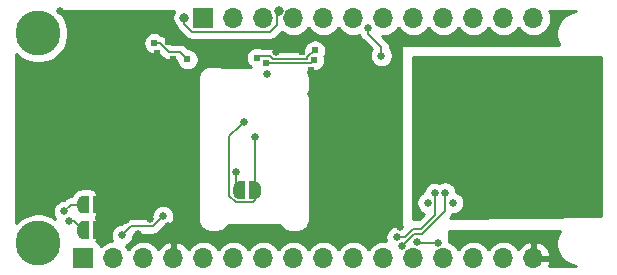
<source format=gbr>
G04 #@! TF.GenerationSoftware,KiCad,Pcbnew,(5.1.4)-1*
G04 #@! TF.CreationDate,2019-12-20T11:27:30-05:00*
G04 #@! TF.ProjectId,Feather-weather-station,46656174-6865-4722-9d77-656174686572,rev?*
G04 #@! TF.SameCoordinates,Original*
G04 #@! TF.FileFunction,Copper,L2,Bot*
G04 #@! TF.FilePolarity,Positive*
%FSLAX46Y46*%
G04 Gerber Fmt 4.6, Leading zero omitted, Abs format (unit mm)*
G04 Created by KiCad (PCBNEW (5.1.4)-1) date 2019-12-20 11:27:30*
%MOMM*%
%LPD*%
G04 APERTURE LIST*
%ADD10O,1.700000X1.700000*%
%ADD11R,1.700000X1.700000*%
%ADD12C,0.500000*%
%ADD13C,0.100000*%
%ADD14C,3.800000*%
%ADD15C,0.660400*%
%ADD16C,0.800000*%
%ADD17C,0.609600*%
%ADD18C,0.152400*%
%ADD19C,0.254000*%
G04 APERTURE END LIST*
D10*
X163741100Y-52260500D03*
X161201100Y-52260500D03*
X158661100Y-52260500D03*
X156121100Y-52260500D03*
X153581100Y-52260500D03*
X151041100Y-52260500D03*
X148501100Y-52260500D03*
X145961100Y-52260500D03*
X143421100Y-52260500D03*
X140881100Y-52260500D03*
X138341100Y-52260500D03*
D11*
X135801100Y-52260500D03*
D12*
X138846800Y-66802000D03*
D13*
G36*
X138846800Y-67551398D02*
G01*
X138822266Y-67551398D01*
X138773435Y-67546588D01*
X138725310Y-67537016D01*
X138678355Y-67522772D01*
X138633022Y-67503995D01*
X138589749Y-67480864D01*
X138548950Y-67453604D01*
X138511021Y-67422476D01*
X138476324Y-67387779D01*
X138445196Y-67349850D01*
X138417936Y-67309051D01*
X138394805Y-67265778D01*
X138376028Y-67220445D01*
X138361784Y-67173490D01*
X138352212Y-67125365D01*
X138347402Y-67076534D01*
X138347402Y-67052000D01*
X138346800Y-67052000D01*
X138346800Y-66552000D01*
X138347402Y-66552000D01*
X138347402Y-66527466D01*
X138352212Y-66478635D01*
X138361784Y-66430510D01*
X138376028Y-66383555D01*
X138394805Y-66338222D01*
X138417936Y-66294949D01*
X138445196Y-66254150D01*
X138476324Y-66216221D01*
X138511021Y-66181524D01*
X138548950Y-66150396D01*
X138589749Y-66123136D01*
X138633022Y-66100005D01*
X138678355Y-66081228D01*
X138725310Y-66066984D01*
X138773435Y-66057412D01*
X138822266Y-66052602D01*
X138846800Y-66052602D01*
X138846800Y-66052000D01*
X139346800Y-66052000D01*
X139346800Y-67552000D01*
X138846800Y-67552000D01*
X138846800Y-67551398D01*
X138846800Y-67551398D01*
G37*
D12*
X140146800Y-66802000D03*
D13*
G36*
X139646800Y-66052000D02*
G01*
X140146800Y-66052000D01*
X140146800Y-66052602D01*
X140171334Y-66052602D01*
X140220165Y-66057412D01*
X140268290Y-66066984D01*
X140315245Y-66081228D01*
X140360578Y-66100005D01*
X140403851Y-66123136D01*
X140444650Y-66150396D01*
X140482579Y-66181524D01*
X140517276Y-66216221D01*
X140548404Y-66254150D01*
X140575664Y-66294949D01*
X140598795Y-66338222D01*
X140617572Y-66383555D01*
X140631816Y-66430510D01*
X140641388Y-66478635D01*
X140646198Y-66527466D01*
X140646198Y-66552000D01*
X140646800Y-66552000D01*
X140646800Y-67052000D01*
X140646198Y-67052000D01*
X140646198Y-67076534D01*
X140641388Y-67125365D01*
X140631816Y-67173490D01*
X140617572Y-67220445D01*
X140598795Y-67265778D01*
X140575664Y-67309051D01*
X140548404Y-67349850D01*
X140517276Y-67387779D01*
X140482579Y-67422476D01*
X140444650Y-67453604D01*
X140403851Y-67480864D01*
X140360578Y-67503995D01*
X140315245Y-67522772D01*
X140268290Y-67537016D01*
X140220165Y-67546588D01*
X140171334Y-67551398D01*
X140146800Y-67551398D01*
X140146800Y-67552000D01*
X139646800Y-67552000D01*
X139646800Y-66052000D01*
X139646800Y-66052000D01*
G37*
D14*
X121831100Y-71310500D03*
X121831100Y-53530500D03*
D10*
X163741100Y-72580500D03*
X161201100Y-72580500D03*
X158661100Y-72580500D03*
X156121100Y-72580500D03*
X153581100Y-72580500D03*
X151041100Y-72580500D03*
X148501100Y-72580500D03*
X145961100Y-72580500D03*
X143421100Y-72580500D03*
X140881100Y-72580500D03*
X138341100Y-72580500D03*
X135801100Y-72580500D03*
X133261100Y-72580500D03*
X130721100Y-72580500D03*
X128181100Y-72580500D03*
D11*
X125641100Y-72580500D03*
D12*
X126936500Y-70167500D03*
D13*
G36*
X126936500Y-69418102D02*
G01*
X126961034Y-69418102D01*
X127009865Y-69422912D01*
X127057990Y-69432484D01*
X127104945Y-69446728D01*
X127150278Y-69465505D01*
X127193551Y-69488636D01*
X127234350Y-69515896D01*
X127272279Y-69547024D01*
X127306976Y-69581721D01*
X127338104Y-69619650D01*
X127365364Y-69660449D01*
X127388495Y-69703722D01*
X127407272Y-69749055D01*
X127421516Y-69796010D01*
X127431088Y-69844135D01*
X127435898Y-69892966D01*
X127435898Y-69917500D01*
X127436500Y-69917500D01*
X127436500Y-70417500D01*
X127435898Y-70417500D01*
X127435898Y-70442034D01*
X127431088Y-70490865D01*
X127421516Y-70538990D01*
X127407272Y-70585945D01*
X127388495Y-70631278D01*
X127365364Y-70674551D01*
X127338104Y-70715350D01*
X127306976Y-70753279D01*
X127272279Y-70787976D01*
X127234350Y-70819104D01*
X127193551Y-70846364D01*
X127150278Y-70869495D01*
X127104945Y-70888272D01*
X127057990Y-70902516D01*
X127009865Y-70912088D01*
X126961034Y-70916898D01*
X126936500Y-70916898D01*
X126936500Y-70917500D01*
X126436500Y-70917500D01*
X126436500Y-69417500D01*
X126936500Y-69417500D01*
X126936500Y-69418102D01*
X126936500Y-69418102D01*
G37*
D12*
X125636500Y-70167500D03*
D13*
G36*
X126136500Y-70917500D02*
G01*
X125636500Y-70917500D01*
X125636500Y-70916898D01*
X125611966Y-70916898D01*
X125563135Y-70912088D01*
X125515010Y-70902516D01*
X125468055Y-70888272D01*
X125422722Y-70869495D01*
X125379449Y-70846364D01*
X125338650Y-70819104D01*
X125300721Y-70787976D01*
X125266024Y-70753279D01*
X125234896Y-70715350D01*
X125207636Y-70674551D01*
X125184505Y-70631278D01*
X125165728Y-70585945D01*
X125151484Y-70538990D01*
X125141912Y-70490865D01*
X125137102Y-70442034D01*
X125137102Y-70417500D01*
X125136500Y-70417500D01*
X125136500Y-69917500D01*
X125137102Y-69917500D01*
X125137102Y-69892966D01*
X125141912Y-69844135D01*
X125151484Y-69796010D01*
X125165728Y-69749055D01*
X125184505Y-69703722D01*
X125207636Y-69660449D01*
X125234896Y-69619650D01*
X125266024Y-69581721D01*
X125300721Y-69547024D01*
X125338650Y-69515896D01*
X125379449Y-69488636D01*
X125422722Y-69465505D01*
X125468055Y-69446728D01*
X125515010Y-69432484D01*
X125563135Y-69422912D01*
X125611966Y-69418102D01*
X125636500Y-69418102D01*
X125636500Y-69417500D01*
X126136500Y-69417500D01*
X126136500Y-70917500D01*
X126136500Y-70917500D01*
G37*
D12*
X126936500Y-68021200D03*
D13*
G36*
X126936500Y-67271802D02*
G01*
X126961034Y-67271802D01*
X127009865Y-67276612D01*
X127057990Y-67286184D01*
X127104945Y-67300428D01*
X127150278Y-67319205D01*
X127193551Y-67342336D01*
X127234350Y-67369596D01*
X127272279Y-67400724D01*
X127306976Y-67435421D01*
X127338104Y-67473350D01*
X127365364Y-67514149D01*
X127388495Y-67557422D01*
X127407272Y-67602755D01*
X127421516Y-67649710D01*
X127431088Y-67697835D01*
X127435898Y-67746666D01*
X127435898Y-67771200D01*
X127436500Y-67771200D01*
X127436500Y-68271200D01*
X127435898Y-68271200D01*
X127435898Y-68295734D01*
X127431088Y-68344565D01*
X127421516Y-68392690D01*
X127407272Y-68439645D01*
X127388495Y-68484978D01*
X127365364Y-68528251D01*
X127338104Y-68569050D01*
X127306976Y-68606979D01*
X127272279Y-68641676D01*
X127234350Y-68672804D01*
X127193551Y-68700064D01*
X127150278Y-68723195D01*
X127104945Y-68741972D01*
X127057990Y-68756216D01*
X127009865Y-68765788D01*
X126961034Y-68770598D01*
X126936500Y-68770598D01*
X126936500Y-68771200D01*
X126436500Y-68771200D01*
X126436500Y-67271200D01*
X126936500Y-67271200D01*
X126936500Y-67271802D01*
X126936500Y-67271802D01*
G37*
D12*
X125636500Y-68021200D03*
D13*
G36*
X126136500Y-68771200D02*
G01*
X125636500Y-68771200D01*
X125636500Y-68770598D01*
X125611966Y-68770598D01*
X125563135Y-68765788D01*
X125515010Y-68756216D01*
X125468055Y-68741972D01*
X125422722Y-68723195D01*
X125379449Y-68700064D01*
X125338650Y-68672804D01*
X125300721Y-68641676D01*
X125266024Y-68606979D01*
X125234896Y-68569050D01*
X125207636Y-68528251D01*
X125184505Y-68484978D01*
X125165728Y-68439645D01*
X125151484Y-68392690D01*
X125141912Y-68344565D01*
X125137102Y-68295734D01*
X125137102Y-68271200D01*
X125136500Y-68271200D01*
X125136500Y-67771200D01*
X125137102Y-67771200D01*
X125137102Y-67746666D01*
X125141912Y-67697835D01*
X125151484Y-67649710D01*
X125165728Y-67602755D01*
X125184505Y-67557422D01*
X125207636Y-67514149D01*
X125234896Y-67473350D01*
X125266024Y-67435421D01*
X125300721Y-67400724D01*
X125338650Y-67369596D01*
X125379449Y-67342336D01*
X125422722Y-67319205D01*
X125468055Y-67300428D01*
X125515010Y-67286184D01*
X125563135Y-67276612D01*
X125611966Y-67271802D01*
X125636500Y-67271802D01*
X125636500Y-67271200D01*
X126136500Y-67271200D01*
X126136500Y-68771200D01*
X126136500Y-68771200D01*
G37*
D15*
X149758400Y-53086000D03*
X150876000Y-55422800D03*
X132384799Y-68986399D03*
X128905000Y-70612000D03*
D16*
X134200900Y-52197000D03*
X142214600Y-51625500D03*
D15*
X126022100Y-60528200D03*
X124498100Y-65138300D03*
X153847800Y-71196200D03*
X152476200Y-69926200D03*
X131267200Y-69240400D03*
X132765800Y-69799200D03*
X130276600Y-70485000D03*
X129209800Y-69342000D03*
D17*
X132842000Y-54241700D03*
X131864100Y-55232300D03*
X134683500Y-54673500D03*
X133261100Y-55689500D03*
X144157700Y-55079900D03*
X144881600Y-56629300D03*
D15*
X123634500Y-51676300D03*
X155646120Y-71236840D03*
X158186120Y-70744080D03*
X165333680Y-70672960D03*
X165877240Y-72882760D03*
X152186640Y-61691520D03*
X144876520Y-58648600D03*
X124871480Y-55153560D03*
X126075440Y-54315360D03*
X130423920Y-54234080D03*
X129702560Y-57271920D03*
X130931920Y-55377080D03*
X121508520Y-59039760D03*
X123718320Y-59065160D03*
X127579120Y-60116720D03*
X121478040Y-65166240D03*
X123484640Y-61513720D03*
X123235720Y-63271400D03*
X128132840Y-66898520D03*
X124729240Y-66675000D03*
X134975600Y-62565280D03*
X134833360Y-65140840D03*
X161198560Y-70647560D03*
X126685040Y-66614040D03*
X139203610Y-60999190D03*
X140208000Y-62280800D03*
X138582400Y-56083200D03*
X141986000Y-55067200D03*
X141224000Y-56997600D03*
X151942800Y-66192400D03*
X147370800Y-59080400D03*
X148590000Y-62026800D03*
X145084800Y-62026800D03*
X144932400Y-69748400D03*
X148336000Y-69748400D03*
X148640800Y-65887600D03*
X145084800Y-66090800D03*
X150926800Y-64160400D03*
X152044400Y-54813200D03*
X149910800Y-59131200D03*
X151079200Y-61518800D03*
X154787600Y-67868800D03*
X156921200Y-67868800D03*
X149860000Y-54813200D03*
X151942800Y-58064400D03*
X134975600Y-69697600D03*
X134112000Y-67818000D03*
X135128000Y-59740800D03*
X136347200Y-55372000D03*
X152603200Y-71551800D03*
X156260800Y-67005200D03*
X152184100Y-70777100D03*
X155397200Y-67056000D03*
X124002800Y-68605400D03*
X124383800Y-69418200D03*
D17*
X140335000Y-55587900D03*
X145237200Y-54978300D03*
D15*
X138582400Y-65278000D03*
D17*
X134454900Y-55727600D03*
X131635500Y-54356000D03*
D15*
X157793600Y-57353200D03*
X166730680Y-55935880D03*
X168955720Y-57353200D03*
X168940480Y-67467480D03*
X163306760Y-61259720D03*
X155529280Y-56581040D03*
X162763200Y-68884800D03*
X158038800Y-66954400D03*
X155702000Y-61417200D03*
D17*
X141071600Y-56045100D03*
X145161000Y-55791100D03*
D18*
X150876000Y-54955827D02*
X150876000Y-55422800D01*
X150876000Y-54670573D02*
X150876000Y-54955827D01*
X149758400Y-53552973D02*
X150876000Y-54670573D01*
X149758400Y-53086000D02*
X149758400Y-53552973D01*
X132054600Y-69316598D02*
X132384799Y-68986399D01*
X131524397Y-69846801D02*
X132054600Y-69316598D01*
X129670199Y-69846801D02*
X131524397Y-69846801D01*
X128905000Y-70612000D02*
X129670199Y-69846801D01*
X134200900Y-52762685D02*
X134200900Y-52197000D01*
X134824916Y-53386701D02*
X134200900Y-52762685D01*
X141421677Y-53386701D02*
X134824916Y-53386701D01*
X142007301Y-52801077D02*
X141421677Y-53386701D01*
X142007301Y-51719923D02*
X142007301Y-52801077D01*
X142101724Y-51625500D02*
X142007301Y-51719923D01*
X142214600Y-51625500D02*
X142101724Y-51625500D01*
X153888440Y-71236840D02*
X153847800Y-71196200D01*
X155646120Y-71236840D02*
X153888440Y-71236840D01*
X138873411Y-61329389D02*
X139203610Y-60999190D01*
X137975999Y-67275523D02*
X137975999Y-62226801D01*
X138528686Y-67828210D02*
X137975999Y-67275523D01*
X137975999Y-62226801D02*
X138873411Y-61329389D01*
X139968182Y-67828210D02*
X138528686Y-67828210D01*
X140146800Y-67649592D02*
X139968182Y-67828210D01*
X140146800Y-66802000D02*
X140146800Y-67649592D01*
X140208000Y-66740800D02*
X140146800Y-66802000D01*
X140208000Y-62280800D02*
X140208000Y-66740800D01*
X153641401Y-70513599D02*
X152603200Y-71551800D01*
X156260800Y-67472173D02*
X156260800Y-67005200D01*
X156260800Y-68543297D02*
X156260800Y-67472173D01*
X154290498Y-70513599D02*
X156260800Y-68543297D01*
X153641401Y-70513599D02*
X154290498Y-70513599D01*
X153543118Y-70113501D02*
X152879519Y-70777100D01*
X152879519Y-70777100D02*
X152184100Y-70777100D01*
X155397200Y-67522973D02*
X155397200Y-67056000D01*
X155397200Y-68908514D02*
X155397200Y-67522973D01*
X154192213Y-70113501D02*
X155397200Y-68908514D01*
X153543118Y-70113501D02*
X154192213Y-70113501D01*
X125534900Y-68605400D02*
X125674600Y-68465700D01*
X124587000Y-68021200D02*
X125636500Y-68021200D01*
X124002800Y-68605400D02*
X124587000Y-68021200D01*
X125217400Y-69748400D02*
X125636500Y-70167500D01*
X124887200Y-69418200D02*
X125636500Y-70167500D01*
X124383800Y-69418200D02*
X124887200Y-69418200D01*
X144882119Y-55210099D02*
X145005401Y-55210099D01*
X140335000Y-55587900D02*
X140458801Y-55464099D01*
X145005401Y-55210099D02*
X145237200Y-54978300D01*
X141430399Y-55464099D02*
X141658990Y-55692690D01*
X141658990Y-55692690D02*
X144579999Y-55692690D01*
X144579999Y-55692690D02*
X144579999Y-55512219D01*
X140458801Y-55464099D02*
X141430399Y-55464099D01*
X144579999Y-55512219D02*
X144882119Y-55210099D01*
X138582400Y-66537600D02*
X138846800Y-66802000D01*
X138582400Y-65278000D02*
X138582400Y-66537600D01*
X134150101Y-55422801D02*
X134454900Y-55727600D01*
X133835799Y-55108499D02*
X134150101Y-55422801D01*
X132848917Y-55108499D02*
X133835799Y-55108499D01*
X132096418Y-54356000D02*
X132848917Y-55108499D01*
X131635500Y-54356000D02*
X132096418Y-54356000D01*
X144907000Y-56045100D02*
X145161000Y-55791100D01*
X141071600Y-56045100D02*
X144907000Y-56045100D01*
D19*
G36*
X165880634Y-70417618D02*
G01*
X165738539Y-70760666D01*
X165666100Y-71124844D01*
X165666100Y-71496156D01*
X165738539Y-71860334D01*
X165880634Y-72203382D01*
X166086925Y-72512118D01*
X166349482Y-72774675D01*
X166658218Y-72980966D01*
X167001266Y-73123061D01*
X167340307Y-73190500D01*
X165092796Y-73190500D01*
X165182581Y-72937391D01*
X165061914Y-72707500D01*
X163868100Y-72707500D01*
X163868100Y-72727500D01*
X163614100Y-72727500D01*
X163614100Y-72707500D01*
X163594100Y-72707500D01*
X163594100Y-72453500D01*
X163614100Y-72453500D01*
X163614100Y-71260345D01*
X163868100Y-71260345D01*
X163868100Y-72453500D01*
X165061914Y-72453500D01*
X165182581Y-72223609D01*
X165085257Y-71949248D01*
X164936278Y-71699145D01*
X164741369Y-71482912D01*
X164508020Y-71308859D01*
X164245199Y-71183675D01*
X164097990Y-71139024D01*
X163868100Y-71260345D01*
X163614100Y-71260345D01*
X163384210Y-71139024D01*
X163237001Y-71183675D01*
X162974180Y-71308859D01*
X162740831Y-71482912D01*
X162545922Y-71699145D01*
X162476301Y-71816023D01*
X162441806Y-71751486D01*
X162256234Y-71525366D01*
X162030114Y-71339794D01*
X161772134Y-71201901D01*
X161492211Y-71116987D01*
X161274050Y-71095500D01*
X161128150Y-71095500D01*
X160909989Y-71116987D01*
X160630066Y-71201901D01*
X160372086Y-71339794D01*
X160145966Y-71525366D01*
X159960394Y-71751486D01*
X159931100Y-71806291D01*
X159901806Y-71751486D01*
X159716234Y-71525366D01*
X159490114Y-71339794D01*
X159232134Y-71201901D01*
X158952211Y-71116987D01*
X158734050Y-71095500D01*
X158588150Y-71095500D01*
X158369989Y-71116987D01*
X158090066Y-71201901D01*
X157832086Y-71339794D01*
X157605966Y-71525366D01*
X157420394Y-71751486D01*
X157391100Y-71806291D01*
X157361806Y-71751486D01*
X157176234Y-71525366D01*
X156950114Y-71339794D01*
X156692134Y-71201901D01*
X156601160Y-71174304D01*
X156601160Y-70231000D01*
X166005328Y-70231000D01*
X165880634Y-70417618D01*
X165880634Y-70417618D01*
G37*
X165880634Y-70417618D02*
X165738539Y-70760666D01*
X165666100Y-71124844D01*
X165666100Y-71496156D01*
X165738539Y-71860334D01*
X165880634Y-72203382D01*
X166086925Y-72512118D01*
X166349482Y-72774675D01*
X166658218Y-72980966D01*
X167001266Y-73123061D01*
X167340307Y-73190500D01*
X165092796Y-73190500D01*
X165182581Y-72937391D01*
X165061914Y-72707500D01*
X163868100Y-72707500D01*
X163868100Y-72727500D01*
X163614100Y-72727500D01*
X163614100Y-72707500D01*
X163594100Y-72707500D01*
X163594100Y-72453500D01*
X163614100Y-72453500D01*
X163614100Y-71260345D01*
X163868100Y-71260345D01*
X163868100Y-72453500D01*
X165061914Y-72453500D01*
X165182581Y-72223609D01*
X165085257Y-71949248D01*
X164936278Y-71699145D01*
X164741369Y-71482912D01*
X164508020Y-71308859D01*
X164245199Y-71183675D01*
X164097990Y-71139024D01*
X163868100Y-71260345D01*
X163614100Y-71260345D01*
X163384210Y-71139024D01*
X163237001Y-71183675D01*
X162974180Y-71308859D01*
X162740831Y-71482912D01*
X162545922Y-71699145D01*
X162476301Y-71816023D01*
X162441806Y-71751486D01*
X162256234Y-71525366D01*
X162030114Y-71339794D01*
X161772134Y-71201901D01*
X161492211Y-71116987D01*
X161274050Y-71095500D01*
X161128150Y-71095500D01*
X160909989Y-71116987D01*
X160630066Y-71201901D01*
X160372086Y-71339794D01*
X160145966Y-71525366D01*
X159960394Y-71751486D01*
X159931100Y-71806291D01*
X159901806Y-71751486D01*
X159716234Y-71525366D01*
X159490114Y-71339794D01*
X159232134Y-71201901D01*
X158952211Y-71116987D01*
X158734050Y-71095500D01*
X158588150Y-71095500D01*
X158369989Y-71116987D01*
X158090066Y-71201901D01*
X157832086Y-71339794D01*
X157605966Y-71525366D01*
X157420394Y-71751486D01*
X157391100Y-71806291D01*
X157361806Y-71751486D01*
X157176234Y-71525366D01*
X156950114Y-71339794D01*
X156692134Y-71201901D01*
X156601160Y-71174304D01*
X156601160Y-70231000D01*
X166005328Y-70231000D01*
X165880634Y-70417618D01*
G36*
X133283695Y-51706744D02*
G01*
X133205674Y-51895102D01*
X133165900Y-52095061D01*
X133165900Y-52298939D01*
X133205674Y-52498898D01*
X133283695Y-52687256D01*
X133396963Y-52856774D01*
X133525115Y-52984926D01*
X133540658Y-53036165D01*
X133606698Y-53159717D01*
X133695573Y-53268011D01*
X133722710Y-53290282D01*
X134297318Y-53864891D01*
X134319589Y-53892028D01*
X134427883Y-53980903D01*
X134551435Y-54046943D01*
X134685496Y-54087610D01*
X134789980Y-54097901D01*
X134789987Y-54097901D01*
X134824916Y-54101341D01*
X134859844Y-54097901D01*
X141386751Y-54097901D01*
X141421677Y-54101341D01*
X141456603Y-54097901D01*
X141456613Y-54097901D01*
X141561097Y-54087610D01*
X141695158Y-54046943D01*
X141818710Y-53980903D01*
X141927004Y-53892028D01*
X141949278Y-53864887D01*
X142438778Y-53375389D01*
X142592086Y-53501206D01*
X142850066Y-53639099D01*
X143129989Y-53724013D01*
X143348150Y-53745500D01*
X143494050Y-53745500D01*
X143712211Y-53724013D01*
X143992134Y-53639099D01*
X144250114Y-53501206D01*
X144476234Y-53315634D01*
X144661806Y-53089514D01*
X144691100Y-53034709D01*
X144720394Y-53089514D01*
X144905966Y-53315634D01*
X145132086Y-53501206D01*
X145390066Y-53639099D01*
X145669989Y-53724013D01*
X145888150Y-53745500D01*
X146034050Y-53745500D01*
X146252211Y-53724013D01*
X146532134Y-53639099D01*
X146790114Y-53501206D01*
X147016234Y-53315634D01*
X147201806Y-53089514D01*
X147231100Y-53034709D01*
X147260394Y-53089514D01*
X147445966Y-53315634D01*
X147672086Y-53501206D01*
X147930066Y-53639099D01*
X148209989Y-53724013D01*
X148428150Y-53745500D01*
X148574050Y-53745500D01*
X148792211Y-53724013D01*
X148984829Y-53665583D01*
X149008680Y-53701279D01*
X149082614Y-53775213D01*
X149098158Y-53826454D01*
X149164198Y-53950006D01*
X149253074Y-54058300D01*
X149280210Y-54080570D01*
X150078567Y-54878928D01*
X150020651Y-54965606D01*
X149947892Y-55141262D01*
X149910800Y-55327736D01*
X149910800Y-55517864D01*
X149947892Y-55704338D01*
X150020651Y-55879994D01*
X150126280Y-56038079D01*
X150260721Y-56172520D01*
X150418806Y-56278149D01*
X150594462Y-56350908D01*
X150780936Y-56388000D01*
X150971064Y-56388000D01*
X151157538Y-56350908D01*
X151333194Y-56278149D01*
X151491279Y-56172520D01*
X151625720Y-56038079D01*
X151731349Y-55879994D01*
X151804108Y-55704338D01*
X151841200Y-55517864D01*
X151841200Y-55327736D01*
X151804108Y-55141262D01*
X151731349Y-54965606D01*
X151625720Y-54807521D01*
X151587200Y-54769001D01*
X151587200Y-54705498D01*
X151590640Y-54670572D01*
X151587200Y-54635646D01*
X151587200Y-54635637D01*
X151576909Y-54531153D01*
X151536242Y-54397092D01*
X151470202Y-54273540D01*
X151449496Y-54248310D01*
X151403597Y-54192382D01*
X151403593Y-54192378D01*
X151381326Y-54165246D01*
X151354195Y-54142980D01*
X150955465Y-53744251D01*
X150968150Y-53745500D01*
X151114050Y-53745500D01*
X151332211Y-53724013D01*
X151612134Y-53639099D01*
X151870114Y-53501206D01*
X152096234Y-53315634D01*
X152281806Y-53089514D01*
X152311100Y-53034709D01*
X152340394Y-53089514D01*
X152525966Y-53315634D01*
X152752086Y-53501206D01*
X153010066Y-53639099D01*
X153289989Y-53724013D01*
X153508150Y-53745500D01*
X153654050Y-53745500D01*
X153872211Y-53724013D01*
X154152134Y-53639099D01*
X154410114Y-53501206D01*
X154636234Y-53315634D01*
X154821806Y-53089514D01*
X154851100Y-53034709D01*
X154880394Y-53089514D01*
X155065966Y-53315634D01*
X155292086Y-53501206D01*
X155550066Y-53639099D01*
X155829989Y-53724013D01*
X156048150Y-53745500D01*
X156194050Y-53745500D01*
X156412211Y-53724013D01*
X156692134Y-53639099D01*
X156950114Y-53501206D01*
X157176234Y-53315634D01*
X157361806Y-53089514D01*
X157391100Y-53034709D01*
X157420394Y-53089514D01*
X157605966Y-53315634D01*
X157832086Y-53501206D01*
X158090066Y-53639099D01*
X158369989Y-53724013D01*
X158588150Y-53745500D01*
X158734050Y-53745500D01*
X158952211Y-53724013D01*
X159232134Y-53639099D01*
X159490114Y-53501206D01*
X159716234Y-53315634D01*
X159901806Y-53089514D01*
X159931100Y-53034709D01*
X159960394Y-53089514D01*
X160145966Y-53315634D01*
X160372086Y-53501206D01*
X160630066Y-53639099D01*
X160909989Y-53724013D01*
X161128150Y-53745500D01*
X161274050Y-53745500D01*
X161492211Y-53724013D01*
X161772134Y-53639099D01*
X162030114Y-53501206D01*
X162256234Y-53315634D01*
X162441806Y-53089514D01*
X162471100Y-53034709D01*
X162500394Y-53089514D01*
X162685966Y-53315634D01*
X162912086Y-53501206D01*
X163170066Y-53639099D01*
X163449989Y-53724013D01*
X163668150Y-53745500D01*
X163814050Y-53745500D01*
X164032211Y-53724013D01*
X164312134Y-53639099D01*
X164570114Y-53501206D01*
X164796234Y-53315634D01*
X164981806Y-53089514D01*
X165119699Y-52831534D01*
X165204613Y-52551611D01*
X165233285Y-52260500D01*
X165204613Y-51969389D01*
X165119699Y-51689466D01*
X165098871Y-51650500D01*
X167340307Y-51650500D01*
X167001266Y-51717939D01*
X166658218Y-51860034D01*
X166349482Y-52066325D01*
X166086925Y-52328882D01*
X165880634Y-52637618D01*
X165738539Y-52980666D01*
X165666100Y-53344844D01*
X165666100Y-53716156D01*
X165738539Y-54080334D01*
X165880634Y-54423382D01*
X165920470Y-54483000D01*
X152654000Y-54483000D01*
X152629224Y-54485440D01*
X152605399Y-54492667D01*
X152583443Y-54504403D01*
X152564197Y-54520197D01*
X152548403Y-54539443D01*
X152536667Y-54561399D01*
X152529440Y-54585224D01*
X152527000Y-54610000D01*
X152527000Y-69855080D01*
X152480336Y-69855080D01*
X152465638Y-69848992D01*
X152279164Y-69811900D01*
X152089036Y-69811900D01*
X151902562Y-69848992D01*
X151726906Y-69921751D01*
X151568821Y-70027380D01*
X151434380Y-70161821D01*
X151328751Y-70319906D01*
X151255992Y-70495562D01*
X151218900Y-70682036D01*
X151218900Y-70872164D01*
X151255992Y-71058638D01*
X151277947Y-71111642D01*
X151114050Y-71095500D01*
X150968150Y-71095500D01*
X150749989Y-71116987D01*
X150470066Y-71201901D01*
X150212086Y-71339794D01*
X149985966Y-71525366D01*
X149800394Y-71751486D01*
X149771100Y-71806291D01*
X149741806Y-71751486D01*
X149556234Y-71525366D01*
X149330114Y-71339794D01*
X149072134Y-71201901D01*
X148792211Y-71116987D01*
X148574050Y-71095500D01*
X148428150Y-71095500D01*
X148209989Y-71116987D01*
X147930066Y-71201901D01*
X147672086Y-71339794D01*
X147445966Y-71525366D01*
X147260394Y-71751486D01*
X147231100Y-71806291D01*
X147201806Y-71751486D01*
X147016234Y-71525366D01*
X146790114Y-71339794D01*
X146532134Y-71201901D01*
X146252211Y-71116987D01*
X146034050Y-71095500D01*
X145888150Y-71095500D01*
X145669989Y-71116987D01*
X145390066Y-71201901D01*
X145132086Y-71339794D01*
X144905966Y-71525366D01*
X144720394Y-71751486D01*
X144691100Y-71806291D01*
X144661806Y-71751486D01*
X144476234Y-71525366D01*
X144250114Y-71339794D01*
X143992134Y-71201901D01*
X143712211Y-71116987D01*
X143494050Y-71095500D01*
X143348150Y-71095500D01*
X143129989Y-71116987D01*
X142850066Y-71201901D01*
X142592086Y-71339794D01*
X142365966Y-71525366D01*
X142180394Y-71751486D01*
X142151100Y-71806291D01*
X142121806Y-71751486D01*
X141936234Y-71525366D01*
X141710114Y-71339794D01*
X141452134Y-71201901D01*
X141172211Y-71116987D01*
X140954050Y-71095500D01*
X140808150Y-71095500D01*
X140589989Y-71116987D01*
X140310066Y-71201901D01*
X140052086Y-71339794D01*
X139825966Y-71525366D01*
X139640394Y-71751486D01*
X139611100Y-71806291D01*
X139581806Y-71751486D01*
X139396234Y-71525366D01*
X139170114Y-71339794D01*
X138912134Y-71201901D01*
X138632211Y-71116987D01*
X138414050Y-71095500D01*
X138268150Y-71095500D01*
X138049989Y-71116987D01*
X137770066Y-71201901D01*
X137512086Y-71339794D01*
X137285966Y-71525366D01*
X137100394Y-71751486D01*
X137071100Y-71806291D01*
X137041806Y-71751486D01*
X136856234Y-71525366D01*
X136630114Y-71339794D01*
X136372134Y-71201901D01*
X136092211Y-71116987D01*
X135874050Y-71095500D01*
X135728150Y-71095500D01*
X135509989Y-71116987D01*
X135230066Y-71201901D01*
X134972086Y-71339794D01*
X134745966Y-71525366D01*
X134560394Y-71751486D01*
X134525899Y-71816023D01*
X134456278Y-71699145D01*
X134261369Y-71482912D01*
X134028020Y-71308859D01*
X133765199Y-71183675D01*
X133617990Y-71139024D01*
X133388100Y-71260345D01*
X133388100Y-72453500D01*
X133408100Y-72453500D01*
X133408100Y-72707500D01*
X133388100Y-72707500D01*
X133388100Y-72727500D01*
X133134100Y-72727500D01*
X133134100Y-72707500D01*
X133114100Y-72707500D01*
X133114100Y-72453500D01*
X133134100Y-72453500D01*
X133134100Y-71260345D01*
X132904210Y-71139024D01*
X132757001Y-71183675D01*
X132494180Y-71308859D01*
X132260831Y-71482912D01*
X132065922Y-71699145D01*
X131996301Y-71816023D01*
X131961806Y-71751486D01*
X131776234Y-71525366D01*
X131550114Y-71339794D01*
X131292134Y-71201901D01*
X131012211Y-71116987D01*
X130794050Y-71095500D01*
X130648150Y-71095500D01*
X130429989Y-71116987D01*
X130150066Y-71201901D01*
X129892086Y-71339794D01*
X129665966Y-71525366D01*
X129480394Y-71751486D01*
X129451100Y-71806291D01*
X129421806Y-71751486D01*
X129236234Y-71525366D01*
X129231503Y-71521483D01*
X129362194Y-71467349D01*
X129520279Y-71361720D01*
X129654720Y-71227279D01*
X129760349Y-71069194D01*
X129833108Y-70893538D01*
X129870200Y-70707064D01*
X129870200Y-70652588D01*
X129964787Y-70558001D01*
X131489471Y-70558001D01*
X131524397Y-70561441D01*
X131559323Y-70558001D01*
X131559333Y-70558001D01*
X131663817Y-70547710D01*
X131797878Y-70507043D01*
X131921430Y-70441003D01*
X132029724Y-70352128D01*
X132051998Y-70324987D01*
X132425387Y-69951599D01*
X132479863Y-69951599D01*
X132666337Y-69914507D01*
X132841993Y-69841748D01*
X133000078Y-69736119D01*
X133134519Y-69601678D01*
X133240148Y-69443593D01*
X133289334Y-69324846D01*
X135357400Y-69324846D01*
X135360242Y-69353705D01*
X135360228Y-69355764D01*
X135361161Y-69365282D01*
X135364688Y-69398838D01*
X135367312Y-69425482D01*
X135367581Y-69426370D01*
X135368415Y-69434302D01*
X135380899Y-69495118D01*
X135392531Y-69556101D01*
X135395295Y-69565257D01*
X135415818Y-69631555D01*
X135439885Y-69688811D01*
X135463138Y-69746362D01*
X135467620Y-69754792D01*
X135467623Y-69754799D01*
X135467627Y-69754804D01*
X135467628Y-69754807D01*
X135500637Y-69815855D01*
X135535352Y-69867321D01*
X135569350Y-69919275D01*
X135575395Y-69926687D01*
X135619633Y-69980161D01*
X135663700Y-70023921D01*
X135707120Y-70068261D01*
X135714489Y-70074358D01*
X135768271Y-70118221D01*
X135819962Y-70152565D01*
X135871210Y-70187655D01*
X135879623Y-70192204D01*
X135940900Y-70224786D01*
X135998300Y-70248445D01*
X136055369Y-70272905D01*
X136064499Y-70275731D01*
X136064501Y-70275732D01*
X136064503Y-70275732D01*
X136064505Y-70275733D01*
X136130944Y-70295792D01*
X136191857Y-70307853D01*
X136252578Y-70320759D01*
X136262085Y-70321759D01*
X136262089Y-70321759D01*
X136331159Y-70328531D01*
X136331163Y-70328531D01*
X136364353Y-70331800D01*
X136990447Y-70331800D01*
X137019306Y-70328958D01*
X137021364Y-70328972D01*
X137030882Y-70328039D01*
X137064423Y-70324514D01*
X137091083Y-70321888D01*
X137091971Y-70321619D01*
X137099902Y-70320785D01*
X137160718Y-70308301D01*
X137221701Y-70296669D01*
X137230857Y-70293905D01*
X137297155Y-70273382D01*
X137354411Y-70249315D01*
X137411962Y-70226062D01*
X137420392Y-70221580D01*
X137420399Y-70221577D01*
X137420404Y-70221573D01*
X137420407Y-70221572D01*
X137481455Y-70188563D01*
X137532921Y-70153848D01*
X137584875Y-70119850D01*
X137592287Y-70113805D01*
X137645761Y-70069567D01*
X137689521Y-70025500D01*
X137733861Y-69982080D01*
X137739958Y-69974711D01*
X137783821Y-69920929D01*
X137818165Y-69869238D01*
X137853255Y-69817990D01*
X137857804Y-69809577D01*
X137876827Y-69773800D01*
X142285098Y-69773800D01*
X142307837Y-69815855D01*
X142342552Y-69867321D01*
X142376550Y-69919275D01*
X142382595Y-69926687D01*
X142426833Y-69980161D01*
X142470900Y-70023921D01*
X142514320Y-70068261D01*
X142521689Y-70074358D01*
X142575471Y-70118221D01*
X142627162Y-70152565D01*
X142678410Y-70187655D01*
X142686823Y-70192204D01*
X142748100Y-70224786D01*
X142805500Y-70248445D01*
X142862569Y-70272905D01*
X142871699Y-70275731D01*
X142871701Y-70275732D01*
X142871703Y-70275732D01*
X142871705Y-70275733D01*
X142938144Y-70295792D01*
X142999057Y-70307853D01*
X143059778Y-70320759D01*
X143069285Y-70321759D01*
X143069289Y-70321759D01*
X143138359Y-70328531D01*
X143138363Y-70328531D01*
X143171553Y-70331800D01*
X143797647Y-70331800D01*
X143826506Y-70328958D01*
X143828564Y-70328972D01*
X143838082Y-70328039D01*
X143871623Y-70324514D01*
X143898283Y-70321888D01*
X143899171Y-70321619D01*
X143907102Y-70320785D01*
X143967918Y-70308301D01*
X144028901Y-70296669D01*
X144038057Y-70293905D01*
X144104355Y-70273382D01*
X144161611Y-70249315D01*
X144219162Y-70226062D01*
X144227592Y-70221580D01*
X144227599Y-70221577D01*
X144227604Y-70221573D01*
X144227607Y-70221572D01*
X144288655Y-70188563D01*
X144340121Y-70153848D01*
X144392075Y-70119850D01*
X144399487Y-70113805D01*
X144452961Y-70069567D01*
X144496721Y-70025500D01*
X144541061Y-69982080D01*
X144547158Y-69974711D01*
X144591021Y-69920929D01*
X144625365Y-69869238D01*
X144660455Y-69817990D01*
X144665004Y-69809577D01*
X144697586Y-69748300D01*
X144721245Y-69690900D01*
X144745705Y-69633831D01*
X144748533Y-69624695D01*
X144768592Y-69558256D01*
X144780653Y-69497343D01*
X144793559Y-69436622D01*
X144794559Y-69427111D01*
X144801331Y-69358041D01*
X144801331Y-69358037D01*
X144804600Y-69324847D01*
X144804600Y-57268753D01*
X144801758Y-57239894D01*
X144801772Y-57237836D01*
X144800839Y-57228318D01*
X144797314Y-57194777D01*
X144794688Y-57168117D01*
X144794419Y-57167229D01*
X144793585Y-57159298D01*
X144781107Y-57098508D01*
X144769469Y-57037499D01*
X144766705Y-57028343D01*
X144746183Y-56962045D01*
X144722106Y-56904769D01*
X144698862Y-56847238D01*
X144694372Y-56838793D01*
X144661363Y-56777745D01*
X144646898Y-56756300D01*
X144872074Y-56756300D01*
X144907000Y-56759740D01*
X144941926Y-56756300D01*
X144941936Y-56756300D01*
X145046420Y-56746009D01*
X145096228Y-56730900D01*
X145253562Y-56730900D01*
X145435129Y-56694784D01*
X145606162Y-56623940D01*
X145760087Y-56521090D01*
X145890990Y-56390187D01*
X145993840Y-56236262D01*
X146064684Y-56065229D01*
X146100800Y-55883662D01*
X146100800Y-55698538D01*
X146064684Y-55516971D01*
X146042823Y-55464194D01*
X146070040Y-55423462D01*
X146140884Y-55252429D01*
X146177000Y-55070862D01*
X146177000Y-54885738D01*
X146140884Y-54704171D01*
X146070040Y-54533138D01*
X145967190Y-54379213D01*
X145836287Y-54248310D01*
X145682362Y-54145460D01*
X145511329Y-54074616D01*
X145329762Y-54038500D01*
X145144638Y-54038500D01*
X144963071Y-54074616D01*
X144792038Y-54145460D01*
X144638113Y-54248310D01*
X144507210Y-54379213D01*
X144404360Y-54533138D01*
X144333516Y-54704171D01*
X144321413Y-54765017D01*
X144104941Y-54981490D01*
X141954370Y-54981490D01*
X141935726Y-54958772D01*
X141827432Y-54869897D01*
X141703880Y-54803857D01*
X141569819Y-54763190D01*
X141465335Y-54752899D01*
X141465325Y-54752899D01*
X141430399Y-54749459D01*
X141395473Y-54752899D01*
X140774945Y-54752899D01*
X140609129Y-54684216D01*
X140427562Y-54648100D01*
X140242438Y-54648100D01*
X140060871Y-54684216D01*
X139889838Y-54755060D01*
X139735913Y-54857910D01*
X139605010Y-54988813D01*
X139502160Y-55142738D01*
X139431316Y-55313771D01*
X139395200Y-55495338D01*
X139395200Y-55680462D01*
X139431316Y-55862029D01*
X139502160Y-56033062D01*
X139605010Y-56186987D01*
X139735913Y-56317890D01*
X139840839Y-56388000D01*
X137449984Y-56388000D01*
X137413900Y-56368814D01*
X137356500Y-56345155D01*
X137299431Y-56320695D01*
X137290301Y-56317869D01*
X137290299Y-56317868D01*
X137290297Y-56317868D01*
X137290295Y-56317867D01*
X137223856Y-56297808D01*
X137162943Y-56285747D01*
X137102222Y-56272841D01*
X137092716Y-56271842D01*
X137092713Y-56271841D01*
X137092710Y-56271841D01*
X137023641Y-56265069D01*
X137023637Y-56265069D01*
X136990447Y-56261800D01*
X136364353Y-56261800D01*
X136335494Y-56264642D01*
X136333436Y-56264628D01*
X136323918Y-56265561D01*
X136290377Y-56269086D01*
X136263717Y-56271712D01*
X136262829Y-56271981D01*
X136254898Y-56272815D01*
X136194108Y-56285293D01*
X136133099Y-56296931D01*
X136123943Y-56299695D01*
X136057645Y-56320217D01*
X136000369Y-56344294D01*
X135942838Y-56367538D01*
X135934393Y-56372028D01*
X135873345Y-56405037D01*
X135821856Y-56439767D01*
X135769925Y-56473750D01*
X135762519Y-56479790D01*
X135762512Y-56479795D01*
X135762507Y-56479800D01*
X135709039Y-56524033D01*
X135665312Y-56568067D01*
X135620939Y-56611520D01*
X135614842Y-56618889D01*
X135570978Y-56672671D01*
X135536629Y-56724371D01*
X135501545Y-56775609D01*
X135496996Y-56784022D01*
X135464414Y-56845300D01*
X135440755Y-56902700D01*
X135416295Y-56959769D01*
X135413467Y-56968905D01*
X135393408Y-57035344D01*
X135381347Y-57096257D01*
X135368441Y-57156978D01*
X135367441Y-57166490D01*
X135360669Y-57235559D01*
X135360669Y-57235573D01*
X135357401Y-57268753D01*
X135357400Y-69324846D01*
X133289334Y-69324846D01*
X133312907Y-69267937D01*
X133349999Y-69081463D01*
X133349999Y-68891335D01*
X133312907Y-68704861D01*
X133240148Y-68529205D01*
X133134519Y-68371120D01*
X133000078Y-68236679D01*
X132841993Y-68131050D01*
X132666337Y-68058291D01*
X132479863Y-68021199D01*
X132289735Y-68021199D01*
X132103261Y-68058291D01*
X131927605Y-68131050D01*
X131769520Y-68236679D01*
X131635079Y-68371120D01*
X131529450Y-68529205D01*
X131456691Y-68704861D01*
X131419599Y-68891335D01*
X131419599Y-68945811D01*
X131229809Y-69135601D01*
X129705127Y-69135601D01*
X129670199Y-69132161D01*
X129635270Y-69135601D01*
X129635263Y-69135601D01*
X129530779Y-69145892D01*
X129396717Y-69186559D01*
X129317829Y-69228726D01*
X129273166Y-69252599D01*
X129164872Y-69341474D01*
X129142601Y-69368611D01*
X128864412Y-69646800D01*
X128809936Y-69646800D01*
X128623462Y-69683892D01*
X128447806Y-69756651D01*
X128289721Y-69862280D01*
X128155280Y-69996721D01*
X128049651Y-70154806D01*
X127976892Y-70330462D01*
X127939800Y-70516936D01*
X127939800Y-70707064D01*
X127976892Y-70893538D01*
X128049651Y-71069194D01*
X128069755Y-71099282D01*
X127889989Y-71116987D01*
X127610066Y-71201901D01*
X127352086Y-71339794D01*
X127125966Y-71525366D01*
X127101493Y-71555187D01*
X127080602Y-71486320D01*
X127021637Y-71376006D01*
X126942285Y-71279315D01*
X126845594Y-71199963D01*
X126735280Y-71140998D01*
X126732529Y-71140163D01*
X126762312Y-71041982D01*
X126774572Y-70917500D01*
X126774572Y-69417500D01*
X126762312Y-69293018D01*
X126726002Y-69173320D01*
X126683791Y-69094350D01*
X126726002Y-69015380D01*
X126762312Y-68895682D01*
X126774572Y-68771200D01*
X126774572Y-67271200D01*
X126762312Y-67146718D01*
X126726002Y-67027020D01*
X126667037Y-66916706D01*
X126587685Y-66820015D01*
X126490994Y-66740663D01*
X126380680Y-66681698D01*
X126260982Y-66645388D01*
X126136500Y-66633128D01*
X125636500Y-66633128D01*
X125612050Y-66635536D01*
X125587491Y-66635536D01*
X125463010Y-66647796D01*
X125366877Y-66666918D01*
X125247181Y-66703227D01*
X125156625Y-66740736D01*
X125046308Y-66799702D01*
X124964809Y-66854158D01*
X124868118Y-66933510D01*
X124798810Y-67002818D01*
X124719458Y-67099509D01*
X124665002Y-67181008D01*
X124606036Y-67291325D01*
X124599227Y-67307764D01*
X124587000Y-67306560D01*
X124552071Y-67310000D01*
X124552064Y-67310000D01*
X124447580Y-67320291D01*
X124313518Y-67360958D01*
X124189967Y-67426998D01*
X124108809Y-67493602D01*
X124108804Y-67493607D01*
X124081673Y-67515873D01*
X124059407Y-67543005D01*
X123962211Y-67640200D01*
X123907736Y-67640200D01*
X123721262Y-67677292D01*
X123545606Y-67750051D01*
X123387521Y-67855680D01*
X123253080Y-67990121D01*
X123147451Y-68148206D01*
X123074692Y-68323862D01*
X123037600Y-68510336D01*
X123037600Y-68700464D01*
X123074692Y-68886938D01*
X123147451Y-69062594D01*
X123242384Y-69204671D01*
X123031873Y-69064012D01*
X122570532Y-68872918D01*
X122080776Y-68775500D01*
X121581424Y-68775500D01*
X121091668Y-68872918D01*
X120630327Y-69064012D01*
X120215132Y-69341437D01*
X119951100Y-69605469D01*
X119951100Y-55235531D01*
X120215132Y-55499563D01*
X120630327Y-55776988D01*
X121091668Y-55968082D01*
X121581424Y-56065500D01*
X122080776Y-56065500D01*
X122570532Y-55968082D01*
X123031873Y-55776988D01*
X123447068Y-55499563D01*
X123800163Y-55146468D01*
X124077588Y-54731273D01*
X124268682Y-54269932D01*
X124269973Y-54263438D01*
X130695700Y-54263438D01*
X130695700Y-54448562D01*
X130731816Y-54630129D01*
X130802660Y-54801162D01*
X130905510Y-54955087D01*
X131036413Y-55085990D01*
X131190338Y-55188840D01*
X131361371Y-55259684D01*
X131542938Y-55295800D01*
X131728062Y-55295800D01*
X131909629Y-55259684D01*
X131969510Y-55234880D01*
X132321324Y-55586695D01*
X132343590Y-55613826D01*
X132370721Y-55636092D01*
X132370725Y-55636096D01*
X132444061Y-55696281D01*
X132451884Y-55702701D01*
X132575436Y-55768741D01*
X132709497Y-55809408D01*
X132813981Y-55819699D01*
X132813990Y-55819699D01*
X132848916Y-55823139D01*
X132883842Y-55819699D01*
X133515100Y-55819699D01*
X133515100Y-55820162D01*
X133551216Y-56001729D01*
X133622060Y-56172762D01*
X133724910Y-56326687D01*
X133855813Y-56457590D01*
X134009738Y-56560440D01*
X134180771Y-56631284D01*
X134362338Y-56667400D01*
X134547462Y-56667400D01*
X134729029Y-56631284D01*
X134900062Y-56560440D01*
X135053987Y-56457590D01*
X135184890Y-56326687D01*
X135287740Y-56172762D01*
X135358584Y-56001729D01*
X135394700Y-55820162D01*
X135394700Y-55635038D01*
X135358584Y-55453471D01*
X135287740Y-55282438D01*
X135184890Y-55128513D01*
X135053987Y-54997610D01*
X134900062Y-54894760D01*
X134729029Y-54823916D01*
X134547462Y-54787800D01*
X134520887Y-54787800D01*
X134363401Y-54630314D01*
X134341126Y-54603172D01*
X134232832Y-54514297D01*
X134109280Y-54448257D01*
X133975219Y-54407590D01*
X133870735Y-54397299D01*
X133870725Y-54397299D01*
X133835799Y-54393859D01*
X133800873Y-54397299D01*
X133143505Y-54397299D01*
X132624019Y-53877814D01*
X132601745Y-53850673D01*
X132493451Y-53761798D01*
X132369899Y-53695758D01*
X132275786Y-53667209D01*
X132234587Y-53626010D01*
X132080662Y-53523160D01*
X131909629Y-53452316D01*
X131728062Y-53416200D01*
X131542938Y-53416200D01*
X131361371Y-53452316D01*
X131190338Y-53523160D01*
X131036413Y-53626010D01*
X130905510Y-53756913D01*
X130802660Y-53910838D01*
X130731816Y-54081871D01*
X130695700Y-54263438D01*
X124269973Y-54263438D01*
X124366100Y-53780176D01*
X124366100Y-53280824D01*
X124268682Y-52791068D01*
X124077588Y-52329727D01*
X123800163Y-51914532D01*
X123536131Y-51650500D01*
X133321276Y-51650500D01*
X133283695Y-51706744D01*
X133283695Y-51706744D01*
G37*
X133283695Y-51706744D02*
X133205674Y-51895102D01*
X133165900Y-52095061D01*
X133165900Y-52298939D01*
X133205674Y-52498898D01*
X133283695Y-52687256D01*
X133396963Y-52856774D01*
X133525115Y-52984926D01*
X133540658Y-53036165D01*
X133606698Y-53159717D01*
X133695573Y-53268011D01*
X133722710Y-53290282D01*
X134297318Y-53864891D01*
X134319589Y-53892028D01*
X134427883Y-53980903D01*
X134551435Y-54046943D01*
X134685496Y-54087610D01*
X134789980Y-54097901D01*
X134789987Y-54097901D01*
X134824916Y-54101341D01*
X134859844Y-54097901D01*
X141386751Y-54097901D01*
X141421677Y-54101341D01*
X141456603Y-54097901D01*
X141456613Y-54097901D01*
X141561097Y-54087610D01*
X141695158Y-54046943D01*
X141818710Y-53980903D01*
X141927004Y-53892028D01*
X141949278Y-53864887D01*
X142438778Y-53375389D01*
X142592086Y-53501206D01*
X142850066Y-53639099D01*
X143129989Y-53724013D01*
X143348150Y-53745500D01*
X143494050Y-53745500D01*
X143712211Y-53724013D01*
X143992134Y-53639099D01*
X144250114Y-53501206D01*
X144476234Y-53315634D01*
X144661806Y-53089514D01*
X144691100Y-53034709D01*
X144720394Y-53089514D01*
X144905966Y-53315634D01*
X145132086Y-53501206D01*
X145390066Y-53639099D01*
X145669989Y-53724013D01*
X145888150Y-53745500D01*
X146034050Y-53745500D01*
X146252211Y-53724013D01*
X146532134Y-53639099D01*
X146790114Y-53501206D01*
X147016234Y-53315634D01*
X147201806Y-53089514D01*
X147231100Y-53034709D01*
X147260394Y-53089514D01*
X147445966Y-53315634D01*
X147672086Y-53501206D01*
X147930066Y-53639099D01*
X148209989Y-53724013D01*
X148428150Y-53745500D01*
X148574050Y-53745500D01*
X148792211Y-53724013D01*
X148984829Y-53665583D01*
X149008680Y-53701279D01*
X149082614Y-53775213D01*
X149098158Y-53826454D01*
X149164198Y-53950006D01*
X149253074Y-54058300D01*
X149280210Y-54080570D01*
X150078567Y-54878928D01*
X150020651Y-54965606D01*
X149947892Y-55141262D01*
X149910800Y-55327736D01*
X149910800Y-55517864D01*
X149947892Y-55704338D01*
X150020651Y-55879994D01*
X150126280Y-56038079D01*
X150260721Y-56172520D01*
X150418806Y-56278149D01*
X150594462Y-56350908D01*
X150780936Y-56388000D01*
X150971064Y-56388000D01*
X151157538Y-56350908D01*
X151333194Y-56278149D01*
X151491279Y-56172520D01*
X151625720Y-56038079D01*
X151731349Y-55879994D01*
X151804108Y-55704338D01*
X151841200Y-55517864D01*
X151841200Y-55327736D01*
X151804108Y-55141262D01*
X151731349Y-54965606D01*
X151625720Y-54807521D01*
X151587200Y-54769001D01*
X151587200Y-54705498D01*
X151590640Y-54670572D01*
X151587200Y-54635646D01*
X151587200Y-54635637D01*
X151576909Y-54531153D01*
X151536242Y-54397092D01*
X151470202Y-54273540D01*
X151449496Y-54248310D01*
X151403597Y-54192382D01*
X151403593Y-54192378D01*
X151381326Y-54165246D01*
X151354195Y-54142980D01*
X150955465Y-53744251D01*
X150968150Y-53745500D01*
X151114050Y-53745500D01*
X151332211Y-53724013D01*
X151612134Y-53639099D01*
X151870114Y-53501206D01*
X152096234Y-53315634D01*
X152281806Y-53089514D01*
X152311100Y-53034709D01*
X152340394Y-53089514D01*
X152525966Y-53315634D01*
X152752086Y-53501206D01*
X153010066Y-53639099D01*
X153289989Y-53724013D01*
X153508150Y-53745500D01*
X153654050Y-53745500D01*
X153872211Y-53724013D01*
X154152134Y-53639099D01*
X154410114Y-53501206D01*
X154636234Y-53315634D01*
X154821806Y-53089514D01*
X154851100Y-53034709D01*
X154880394Y-53089514D01*
X155065966Y-53315634D01*
X155292086Y-53501206D01*
X155550066Y-53639099D01*
X155829989Y-53724013D01*
X156048150Y-53745500D01*
X156194050Y-53745500D01*
X156412211Y-53724013D01*
X156692134Y-53639099D01*
X156950114Y-53501206D01*
X157176234Y-53315634D01*
X157361806Y-53089514D01*
X157391100Y-53034709D01*
X157420394Y-53089514D01*
X157605966Y-53315634D01*
X157832086Y-53501206D01*
X158090066Y-53639099D01*
X158369989Y-53724013D01*
X158588150Y-53745500D01*
X158734050Y-53745500D01*
X158952211Y-53724013D01*
X159232134Y-53639099D01*
X159490114Y-53501206D01*
X159716234Y-53315634D01*
X159901806Y-53089514D01*
X159931100Y-53034709D01*
X159960394Y-53089514D01*
X160145966Y-53315634D01*
X160372086Y-53501206D01*
X160630066Y-53639099D01*
X160909989Y-53724013D01*
X161128150Y-53745500D01*
X161274050Y-53745500D01*
X161492211Y-53724013D01*
X161772134Y-53639099D01*
X162030114Y-53501206D01*
X162256234Y-53315634D01*
X162441806Y-53089514D01*
X162471100Y-53034709D01*
X162500394Y-53089514D01*
X162685966Y-53315634D01*
X162912086Y-53501206D01*
X163170066Y-53639099D01*
X163449989Y-53724013D01*
X163668150Y-53745500D01*
X163814050Y-53745500D01*
X164032211Y-53724013D01*
X164312134Y-53639099D01*
X164570114Y-53501206D01*
X164796234Y-53315634D01*
X164981806Y-53089514D01*
X165119699Y-52831534D01*
X165204613Y-52551611D01*
X165233285Y-52260500D01*
X165204613Y-51969389D01*
X165119699Y-51689466D01*
X165098871Y-51650500D01*
X167340307Y-51650500D01*
X167001266Y-51717939D01*
X166658218Y-51860034D01*
X166349482Y-52066325D01*
X166086925Y-52328882D01*
X165880634Y-52637618D01*
X165738539Y-52980666D01*
X165666100Y-53344844D01*
X165666100Y-53716156D01*
X165738539Y-54080334D01*
X165880634Y-54423382D01*
X165920470Y-54483000D01*
X152654000Y-54483000D01*
X152629224Y-54485440D01*
X152605399Y-54492667D01*
X152583443Y-54504403D01*
X152564197Y-54520197D01*
X152548403Y-54539443D01*
X152536667Y-54561399D01*
X152529440Y-54585224D01*
X152527000Y-54610000D01*
X152527000Y-69855080D01*
X152480336Y-69855080D01*
X152465638Y-69848992D01*
X152279164Y-69811900D01*
X152089036Y-69811900D01*
X151902562Y-69848992D01*
X151726906Y-69921751D01*
X151568821Y-70027380D01*
X151434380Y-70161821D01*
X151328751Y-70319906D01*
X151255992Y-70495562D01*
X151218900Y-70682036D01*
X151218900Y-70872164D01*
X151255992Y-71058638D01*
X151277947Y-71111642D01*
X151114050Y-71095500D01*
X150968150Y-71095500D01*
X150749989Y-71116987D01*
X150470066Y-71201901D01*
X150212086Y-71339794D01*
X149985966Y-71525366D01*
X149800394Y-71751486D01*
X149771100Y-71806291D01*
X149741806Y-71751486D01*
X149556234Y-71525366D01*
X149330114Y-71339794D01*
X149072134Y-71201901D01*
X148792211Y-71116987D01*
X148574050Y-71095500D01*
X148428150Y-71095500D01*
X148209989Y-71116987D01*
X147930066Y-71201901D01*
X147672086Y-71339794D01*
X147445966Y-71525366D01*
X147260394Y-71751486D01*
X147231100Y-71806291D01*
X147201806Y-71751486D01*
X147016234Y-71525366D01*
X146790114Y-71339794D01*
X146532134Y-71201901D01*
X146252211Y-71116987D01*
X146034050Y-71095500D01*
X145888150Y-71095500D01*
X145669989Y-71116987D01*
X145390066Y-71201901D01*
X145132086Y-71339794D01*
X144905966Y-71525366D01*
X144720394Y-71751486D01*
X144691100Y-71806291D01*
X144661806Y-71751486D01*
X144476234Y-71525366D01*
X144250114Y-71339794D01*
X143992134Y-71201901D01*
X143712211Y-71116987D01*
X143494050Y-71095500D01*
X143348150Y-71095500D01*
X143129989Y-71116987D01*
X142850066Y-71201901D01*
X142592086Y-71339794D01*
X142365966Y-71525366D01*
X142180394Y-71751486D01*
X142151100Y-71806291D01*
X142121806Y-71751486D01*
X141936234Y-71525366D01*
X141710114Y-71339794D01*
X141452134Y-71201901D01*
X141172211Y-71116987D01*
X140954050Y-71095500D01*
X140808150Y-71095500D01*
X140589989Y-71116987D01*
X140310066Y-71201901D01*
X140052086Y-71339794D01*
X139825966Y-71525366D01*
X139640394Y-71751486D01*
X139611100Y-71806291D01*
X139581806Y-71751486D01*
X139396234Y-71525366D01*
X139170114Y-71339794D01*
X138912134Y-71201901D01*
X138632211Y-71116987D01*
X138414050Y-71095500D01*
X138268150Y-71095500D01*
X138049989Y-71116987D01*
X137770066Y-71201901D01*
X137512086Y-71339794D01*
X137285966Y-71525366D01*
X137100394Y-71751486D01*
X137071100Y-71806291D01*
X137041806Y-71751486D01*
X136856234Y-71525366D01*
X136630114Y-71339794D01*
X136372134Y-71201901D01*
X136092211Y-71116987D01*
X135874050Y-71095500D01*
X135728150Y-71095500D01*
X135509989Y-71116987D01*
X135230066Y-71201901D01*
X134972086Y-71339794D01*
X134745966Y-71525366D01*
X134560394Y-71751486D01*
X134525899Y-71816023D01*
X134456278Y-71699145D01*
X134261369Y-71482912D01*
X134028020Y-71308859D01*
X133765199Y-71183675D01*
X133617990Y-71139024D01*
X133388100Y-71260345D01*
X133388100Y-72453500D01*
X133408100Y-72453500D01*
X133408100Y-72707500D01*
X133388100Y-72707500D01*
X133388100Y-72727500D01*
X133134100Y-72727500D01*
X133134100Y-72707500D01*
X133114100Y-72707500D01*
X133114100Y-72453500D01*
X133134100Y-72453500D01*
X133134100Y-71260345D01*
X132904210Y-71139024D01*
X132757001Y-71183675D01*
X132494180Y-71308859D01*
X132260831Y-71482912D01*
X132065922Y-71699145D01*
X131996301Y-71816023D01*
X131961806Y-71751486D01*
X131776234Y-71525366D01*
X131550114Y-71339794D01*
X131292134Y-71201901D01*
X131012211Y-71116987D01*
X130794050Y-71095500D01*
X130648150Y-71095500D01*
X130429989Y-71116987D01*
X130150066Y-71201901D01*
X129892086Y-71339794D01*
X129665966Y-71525366D01*
X129480394Y-71751486D01*
X129451100Y-71806291D01*
X129421806Y-71751486D01*
X129236234Y-71525366D01*
X129231503Y-71521483D01*
X129362194Y-71467349D01*
X129520279Y-71361720D01*
X129654720Y-71227279D01*
X129760349Y-71069194D01*
X129833108Y-70893538D01*
X129870200Y-70707064D01*
X129870200Y-70652588D01*
X129964787Y-70558001D01*
X131489471Y-70558001D01*
X131524397Y-70561441D01*
X131559323Y-70558001D01*
X131559333Y-70558001D01*
X131663817Y-70547710D01*
X131797878Y-70507043D01*
X131921430Y-70441003D01*
X132029724Y-70352128D01*
X132051998Y-70324987D01*
X132425387Y-69951599D01*
X132479863Y-69951599D01*
X132666337Y-69914507D01*
X132841993Y-69841748D01*
X133000078Y-69736119D01*
X133134519Y-69601678D01*
X133240148Y-69443593D01*
X133289334Y-69324846D01*
X135357400Y-69324846D01*
X135360242Y-69353705D01*
X135360228Y-69355764D01*
X135361161Y-69365282D01*
X135364688Y-69398838D01*
X135367312Y-69425482D01*
X135367581Y-69426370D01*
X135368415Y-69434302D01*
X135380899Y-69495118D01*
X135392531Y-69556101D01*
X135395295Y-69565257D01*
X135415818Y-69631555D01*
X135439885Y-69688811D01*
X135463138Y-69746362D01*
X135467620Y-69754792D01*
X135467623Y-69754799D01*
X135467627Y-69754804D01*
X135467628Y-69754807D01*
X135500637Y-69815855D01*
X135535352Y-69867321D01*
X135569350Y-69919275D01*
X135575395Y-69926687D01*
X135619633Y-69980161D01*
X135663700Y-70023921D01*
X135707120Y-70068261D01*
X135714489Y-70074358D01*
X135768271Y-70118221D01*
X135819962Y-70152565D01*
X135871210Y-70187655D01*
X135879623Y-70192204D01*
X135940900Y-70224786D01*
X135998300Y-70248445D01*
X136055369Y-70272905D01*
X136064499Y-70275731D01*
X136064501Y-70275732D01*
X136064503Y-70275732D01*
X136064505Y-70275733D01*
X136130944Y-70295792D01*
X136191857Y-70307853D01*
X136252578Y-70320759D01*
X136262085Y-70321759D01*
X136262089Y-70321759D01*
X136331159Y-70328531D01*
X136331163Y-70328531D01*
X136364353Y-70331800D01*
X136990447Y-70331800D01*
X137019306Y-70328958D01*
X137021364Y-70328972D01*
X137030882Y-70328039D01*
X137064423Y-70324514D01*
X137091083Y-70321888D01*
X137091971Y-70321619D01*
X137099902Y-70320785D01*
X137160718Y-70308301D01*
X137221701Y-70296669D01*
X137230857Y-70293905D01*
X137297155Y-70273382D01*
X137354411Y-70249315D01*
X137411962Y-70226062D01*
X137420392Y-70221580D01*
X137420399Y-70221577D01*
X137420404Y-70221573D01*
X137420407Y-70221572D01*
X137481455Y-70188563D01*
X137532921Y-70153848D01*
X137584875Y-70119850D01*
X137592287Y-70113805D01*
X137645761Y-70069567D01*
X137689521Y-70025500D01*
X137733861Y-69982080D01*
X137739958Y-69974711D01*
X137783821Y-69920929D01*
X137818165Y-69869238D01*
X137853255Y-69817990D01*
X137857804Y-69809577D01*
X137876827Y-69773800D01*
X142285098Y-69773800D01*
X142307837Y-69815855D01*
X142342552Y-69867321D01*
X142376550Y-69919275D01*
X142382595Y-69926687D01*
X142426833Y-69980161D01*
X142470900Y-70023921D01*
X142514320Y-70068261D01*
X142521689Y-70074358D01*
X142575471Y-70118221D01*
X142627162Y-70152565D01*
X142678410Y-70187655D01*
X142686823Y-70192204D01*
X142748100Y-70224786D01*
X142805500Y-70248445D01*
X142862569Y-70272905D01*
X142871699Y-70275731D01*
X142871701Y-70275732D01*
X142871703Y-70275732D01*
X142871705Y-70275733D01*
X142938144Y-70295792D01*
X142999057Y-70307853D01*
X143059778Y-70320759D01*
X143069285Y-70321759D01*
X143069289Y-70321759D01*
X143138359Y-70328531D01*
X143138363Y-70328531D01*
X143171553Y-70331800D01*
X143797647Y-70331800D01*
X143826506Y-70328958D01*
X143828564Y-70328972D01*
X143838082Y-70328039D01*
X143871623Y-70324514D01*
X143898283Y-70321888D01*
X143899171Y-70321619D01*
X143907102Y-70320785D01*
X143967918Y-70308301D01*
X144028901Y-70296669D01*
X144038057Y-70293905D01*
X144104355Y-70273382D01*
X144161611Y-70249315D01*
X144219162Y-70226062D01*
X144227592Y-70221580D01*
X144227599Y-70221577D01*
X144227604Y-70221573D01*
X144227607Y-70221572D01*
X144288655Y-70188563D01*
X144340121Y-70153848D01*
X144392075Y-70119850D01*
X144399487Y-70113805D01*
X144452961Y-70069567D01*
X144496721Y-70025500D01*
X144541061Y-69982080D01*
X144547158Y-69974711D01*
X144591021Y-69920929D01*
X144625365Y-69869238D01*
X144660455Y-69817990D01*
X144665004Y-69809577D01*
X144697586Y-69748300D01*
X144721245Y-69690900D01*
X144745705Y-69633831D01*
X144748533Y-69624695D01*
X144768592Y-69558256D01*
X144780653Y-69497343D01*
X144793559Y-69436622D01*
X144794559Y-69427111D01*
X144801331Y-69358041D01*
X144801331Y-69358037D01*
X144804600Y-69324847D01*
X144804600Y-57268753D01*
X144801758Y-57239894D01*
X144801772Y-57237836D01*
X144800839Y-57228318D01*
X144797314Y-57194777D01*
X144794688Y-57168117D01*
X144794419Y-57167229D01*
X144793585Y-57159298D01*
X144781107Y-57098508D01*
X144769469Y-57037499D01*
X144766705Y-57028343D01*
X144746183Y-56962045D01*
X144722106Y-56904769D01*
X144698862Y-56847238D01*
X144694372Y-56838793D01*
X144661363Y-56777745D01*
X144646898Y-56756300D01*
X144872074Y-56756300D01*
X144907000Y-56759740D01*
X144941926Y-56756300D01*
X144941936Y-56756300D01*
X145046420Y-56746009D01*
X145096228Y-56730900D01*
X145253562Y-56730900D01*
X145435129Y-56694784D01*
X145606162Y-56623940D01*
X145760087Y-56521090D01*
X145890990Y-56390187D01*
X145993840Y-56236262D01*
X146064684Y-56065229D01*
X146100800Y-55883662D01*
X146100800Y-55698538D01*
X146064684Y-55516971D01*
X146042823Y-55464194D01*
X146070040Y-55423462D01*
X146140884Y-55252429D01*
X146177000Y-55070862D01*
X146177000Y-54885738D01*
X146140884Y-54704171D01*
X146070040Y-54533138D01*
X145967190Y-54379213D01*
X145836287Y-54248310D01*
X145682362Y-54145460D01*
X145511329Y-54074616D01*
X145329762Y-54038500D01*
X145144638Y-54038500D01*
X144963071Y-54074616D01*
X144792038Y-54145460D01*
X144638113Y-54248310D01*
X144507210Y-54379213D01*
X144404360Y-54533138D01*
X144333516Y-54704171D01*
X144321413Y-54765017D01*
X144104941Y-54981490D01*
X141954370Y-54981490D01*
X141935726Y-54958772D01*
X141827432Y-54869897D01*
X141703880Y-54803857D01*
X141569819Y-54763190D01*
X141465335Y-54752899D01*
X141465325Y-54752899D01*
X141430399Y-54749459D01*
X141395473Y-54752899D01*
X140774945Y-54752899D01*
X140609129Y-54684216D01*
X140427562Y-54648100D01*
X140242438Y-54648100D01*
X140060871Y-54684216D01*
X139889838Y-54755060D01*
X139735913Y-54857910D01*
X139605010Y-54988813D01*
X139502160Y-55142738D01*
X139431316Y-55313771D01*
X139395200Y-55495338D01*
X139395200Y-55680462D01*
X139431316Y-55862029D01*
X139502160Y-56033062D01*
X139605010Y-56186987D01*
X139735913Y-56317890D01*
X139840839Y-56388000D01*
X137449984Y-56388000D01*
X137413900Y-56368814D01*
X137356500Y-56345155D01*
X137299431Y-56320695D01*
X137290301Y-56317869D01*
X137290299Y-56317868D01*
X137290297Y-56317868D01*
X137290295Y-56317867D01*
X137223856Y-56297808D01*
X137162943Y-56285747D01*
X137102222Y-56272841D01*
X137092716Y-56271842D01*
X137092713Y-56271841D01*
X137092710Y-56271841D01*
X137023641Y-56265069D01*
X137023637Y-56265069D01*
X136990447Y-56261800D01*
X136364353Y-56261800D01*
X136335494Y-56264642D01*
X136333436Y-56264628D01*
X136323918Y-56265561D01*
X136290377Y-56269086D01*
X136263717Y-56271712D01*
X136262829Y-56271981D01*
X136254898Y-56272815D01*
X136194108Y-56285293D01*
X136133099Y-56296931D01*
X136123943Y-56299695D01*
X136057645Y-56320217D01*
X136000369Y-56344294D01*
X135942838Y-56367538D01*
X135934393Y-56372028D01*
X135873345Y-56405037D01*
X135821856Y-56439767D01*
X135769925Y-56473750D01*
X135762519Y-56479790D01*
X135762512Y-56479795D01*
X135762507Y-56479800D01*
X135709039Y-56524033D01*
X135665312Y-56568067D01*
X135620939Y-56611520D01*
X135614842Y-56618889D01*
X135570978Y-56672671D01*
X135536629Y-56724371D01*
X135501545Y-56775609D01*
X135496996Y-56784022D01*
X135464414Y-56845300D01*
X135440755Y-56902700D01*
X135416295Y-56959769D01*
X135413467Y-56968905D01*
X135393408Y-57035344D01*
X135381347Y-57096257D01*
X135368441Y-57156978D01*
X135367441Y-57166490D01*
X135360669Y-57235559D01*
X135360669Y-57235573D01*
X135357401Y-57268753D01*
X135357400Y-69324846D01*
X133289334Y-69324846D01*
X133312907Y-69267937D01*
X133349999Y-69081463D01*
X133349999Y-68891335D01*
X133312907Y-68704861D01*
X133240148Y-68529205D01*
X133134519Y-68371120D01*
X133000078Y-68236679D01*
X132841993Y-68131050D01*
X132666337Y-68058291D01*
X132479863Y-68021199D01*
X132289735Y-68021199D01*
X132103261Y-68058291D01*
X131927605Y-68131050D01*
X131769520Y-68236679D01*
X131635079Y-68371120D01*
X131529450Y-68529205D01*
X131456691Y-68704861D01*
X131419599Y-68891335D01*
X131419599Y-68945811D01*
X131229809Y-69135601D01*
X129705127Y-69135601D01*
X129670199Y-69132161D01*
X129635270Y-69135601D01*
X129635263Y-69135601D01*
X129530779Y-69145892D01*
X129396717Y-69186559D01*
X129317829Y-69228726D01*
X129273166Y-69252599D01*
X129164872Y-69341474D01*
X129142601Y-69368611D01*
X128864412Y-69646800D01*
X128809936Y-69646800D01*
X128623462Y-69683892D01*
X128447806Y-69756651D01*
X128289721Y-69862280D01*
X128155280Y-69996721D01*
X128049651Y-70154806D01*
X127976892Y-70330462D01*
X127939800Y-70516936D01*
X127939800Y-70707064D01*
X127976892Y-70893538D01*
X128049651Y-71069194D01*
X128069755Y-71099282D01*
X127889989Y-71116987D01*
X127610066Y-71201901D01*
X127352086Y-71339794D01*
X127125966Y-71525366D01*
X127101493Y-71555187D01*
X127080602Y-71486320D01*
X127021637Y-71376006D01*
X126942285Y-71279315D01*
X126845594Y-71199963D01*
X126735280Y-71140998D01*
X126732529Y-71140163D01*
X126762312Y-71041982D01*
X126774572Y-70917500D01*
X126774572Y-69417500D01*
X126762312Y-69293018D01*
X126726002Y-69173320D01*
X126683791Y-69094350D01*
X126726002Y-69015380D01*
X126762312Y-68895682D01*
X126774572Y-68771200D01*
X126774572Y-67271200D01*
X126762312Y-67146718D01*
X126726002Y-67027020D01*
X126667037Y-66916706D01*
X126587685Y-66820015D01*
X126490994Y-66740663D01*
X126380680Y-66681698D01*
X126260982Y-66645388D01*
X126136500Y-66633128D01*
X125636500Y-66633128D01*
X125612050Y-66635536D01*
X125587491Y-66635536D01*
X125463010Y-66647796D01*
X125366877Y-66666918D01*
X125247181Y-66703227D01*
X125156625Y-66740736D01*
X125046308Y-66799702D01*
X124964809Y-66854158D01*
X124868118Y-66933510D01*
X124798810Y-67002818D01*
X124719458Y-67099509D01*
X124665002Y-67181008D01*
X124606036Y-67291325D01*
X124599227Y-67307764D01*
X124587000Y-67306560D01*
X124552071Y-67310000D01*
X124552064Y-67310000D01*
X124447580Y-67320291D01*
X124313518Y-67360958D01*
X124189967Y-67426998D01*
X124108809Y-67493602D01*
X124108804Y-67493607D01*
X124081673Y-67515873D01*
X124059407Y-67543005D01*
X123962211Y-67640200D01*
X123907736Y-67640200D01*
X123721262Y-67677292D01*
X123545606Y-67750051D01*
X123387521Y-67855680D01*
X123253080Y-67990121D01*
X123147451Y-68148206D01*
X123074692Y-68323862D01*
X123037600Y-68510336D01*
X123037600Y-68700464D01*
X123074692Y-68886938D01*
X123147451Y-69062594D01*
X123242384Y-69204671D01*
X123031873Y-69064012D01*
X122570532Y-68872918D01*
X122080776Y-68775500D01*
X121581424Y-68775500D01*
X121091668Y-68872918D01*
X120630327Y-69064012D01*
X120215132Y-69341437D01*
X119951100Y-69605469D01*
X119951100Y-55235531D01*
X120215132Y-55499563D01*
X120630327Y-55776988D01*
X121091668Y-55968082D01*
X121581424Y-56065500D01*
X122080776Y-56065500D01*
X122570532Y-55968082D01*
X123031873Y-55776988D01*
X123447068Y-55499563D01*
X123800163Y-55146468D01*
X124077588Y-54731273D01*
X124268682Y-54269932D01*
X124269973Y-54263438D01*
X130695700Y-54263438D01*
X130695700Y-54448562D01*
X130731816Y-54630129D01*
X130802660Y-54801162D01*
X130905510Y-54955087D01*
X131036413Y-55085990D01*
X131190338Y-55188840D01*
X131361371Y-55259684D01*
X131542938Y-55295800D01*
X131728062Y-55295800D01*
X131909629Y-55259684D01*
X131969510Y-55234880D01*
X132321324Y-55586695D01*
X132343590Y-55613826D01*
X132370721Y-55636092D01*
X132370725Y-55636096D01*
X132444061Y-55696281D01*
X132451884Y-55702701D01*
X132575436Y-55768741D01*
X132709497Y-55809408D01*
X132813981Y-55819699D01*
X132813990Y-55819699D01*
X132848916Y-55823139D01*
X132883842Y-55819699D01*
X133515100Y-55819699D01*
X133515100Y-55820162D01*
X133551216Y-56001729D01*
X133622060Y-56172762D01*
X133724910Y-56326687D01*
X133855813Y-56457590D01*
X134009738Y-56560440D01*
X134180771Y-56631284D01*
X134362338Y-56667400D01*
X134547462Y-56667400D01*
X134729029Y-56631284D01*
X134900062Y-56560440D01*
X135053987Y-56457590D01*
X135184890Y-56326687D01*
X135287740Y-56172762D01*
X135358584Y-56001729D01*
X135394700Y-55820162D01*
X135394700Y-55635038D01*
X135358584Y-55453471D01*
X135287740Y-55282438D01*
X135184890Y-55128513D01*
X135053987Y-54997610D01*
X134900062Y-54894760D01*
X134729029Y-54823916D01*
X134547462Y-54787800D01*
X134520887Y-54787800D01*
X134363401Y-54630314D01*
X134341126Y-54603172D01*
X134232832Y-54514297D01*
X134109280Y-54448257D01*
X133975219Y-54407590D01*
X133870735Y-54397299D01*
X133870725Y-54397299D01*
X133835799Y-54393859D01*
X133800873Y-54397299D01*
X133143505Y-54397299D01*
X132624019Y-53877814D01*
X132601745Y-53850673D01*
X132493451Y-53761798D01*
X132369899Y-53695758D01*
X132275786Y-53667209D01*
X132234587Y-53626010D01*
X132080662Y-53523160D01*
X131909629Y-53452316D01*
X131728062Y-53416200D01*
X131542938Y-53416200D01*
X131361371Y-53452316D01*
X131190338Y-53523160D01*
X131036413Y-53626010D01*
X130905510Y-53756913D01*
X130802660Y-53910838D01*
X130731816Y-54081871D01*
X130695700Y-54263438D01*
X124269973Y-54263438D01*
X124366100Y-53780176D01*
X124366100Y-53280824D01*
X124268682Y-52791068D01*
X124077588Y-52329727D01*
X123800163Y-51914532D01*
X123536131Y-51650500D01*
X133321276Y-51650500D01*
X133283695Y-51706744D01*
G36*
X169431100Y-68995603D02*
G01*
X156639048Y-69170836D01*
X156738995Y-69070890D01*
X156766126Y-69048624D01*
X156788393Y-69021492D01*
X156788397Y-69021488D01*
X156855002Y-68940330D01*
X156872008Y-68908514D01*
X156911837Y-68834000D01*
X157016264Y-68834000D01*
X157202738Y-68796908D01*
X157378394Y-68724149D01*
X157536479Y-68618520D01*
X157670920Y-68484079D01*
X157776549Y-68325994D01*
X157849308Y-68150338D01*
X157886400Y-67963864D01*
X157886400Y-67773736D01*
X157849308Y-67587262D01*
X157776549Y-67411606D01*
X157670920Y-67253521D01*
X157536479Y-67119080D01*
X157378394Y-67013451D01*
X157226000Y-66950327D01*
X157226000Y-66910136D01*
X157188908Y-66723662D01*
X157116149Y-66548006D01*
X157010520Y-66389921D01*
X156876079Y-66255480D01*
X156717994Y-66149851D01*
X156542338Y-66077092D01*
X156355864Y-66040000D01*
X156165736Y-66040000D01*
X155979262Y-66077092D01*
X155803606Y-66149851D01*
X155776109Y-66168224D01*
X155678738Y-66127892D01*
X155492264Y-66090800D01*
X155302136Y-66090800D01*
X155115662Y-66127892D01*
X154940006Y-66200651D01*
X154781921Y-66306280D01*
X154647480Y-66440721D01*
X154541851Y-66598806D01*
X154469092Y-66774462D01*
X154432000Y-66960936D01*
X154432000Y-66971369D01*
X154330406Y-67013451D01*
X154172321Y-67119080D01*
X154037880Y-67253521D01*
X153932251Y-67411606D01*
X153859492Y-67587262D01*
X153822400Y-67773736D01*
X153822400Y-67963864D01*
X153859492Y-68150338D01*
X153932251Y-68325994D01*
X154037880Y-68484079D01*
X154172321Y-68618520D01*
X154330406Y-68724149D01*
X154503910Y-68796017D01*
X154094230Y-69205697D01*
X153543000Y-69213248D01*
X153543000Y-55499000D01*
X169431101Y-55499000D01*
X169431100Y-68995603D01*
X169431100Y-68995603D01*
G37*
X169431100Y-68995603D02*
X156639048Y-69170836D01*
X156738995Y-69070890D01*
X156766126Y-69048624D01*
X156788393Y-69021492D01*
X156788397Y-69021488D01*
X156855002Y-68940330D01*
X156872008Y-68908514D01*
X156911837Y-68834000D01*
X157016264Y-68834000D01*
X157202738Y-68796908D01*
X157378394Y-68724149D01*
X157536479Y-68618520D01*
X157670920Y-68484079D01*
X157776549Y-68325994D01*
X157849308Y-68150338D01*
X157886400Y-67963864D01*
X157886400Y-67773736D01*
X157849308Y-67587262D01*
X157776549Y-67411606D01*
X157670920Y-67253521D01*
X157536479Y-67119080D01*
X157378394Y-67013451D01*
X157226000Y-66950327D01*
X157226000Y-66910136D01*
X157188908Y-66723662D01*
X157116149Y-66548006D01*
X157010520Y-66389921D01*
X156876079Y-66255480D01*
X156717994Y-66149851D01*
X156542338Y-66077092D01*
X156355864Y-66040000D01*
X156165736Y-66040000D01*
X155979262Y-66077092D01*
X155803606Y-66149851D01*
X155776109Y-66168224D01*
X155678738Y-66127892D01*
X155492264Y-66090800D01*
X155302136Y-66090800D01*
X155115662Y-66127892D01*
X154940006Y-66200651D01*
X154781921Y-66306280D01*
X154647480Y-66440721D01*
X154541851Y-66598806D01*
X154469092Y-66774462D01*
X154432000Y-66960936D01*
X154432000Y-66971369D01*
X154330406Y-67013451D01*
X154172321Y-67119080D01*
X154037880Y-67253521D01*
X153932251Y-67411606D01*
X153859492Y-67587262D01*
X153822400Y-67773736D01*
X153822400Y-67963864D01*
X153859492Y-68150338D01*
X153932251Y-68325994D01*
X154037880Y-68484079D01*
X154172321Y-68618520D01*
X154330406Y-68724149D01*
X154503910Y-68796017D01*
X154094230Y-69205697D01*
X153543000Y-69213248D01*
X153543000Y-55499000D01*
X169431101Y-55499000D01*
X169431100Y-68995603D01*
M02*

</source>
